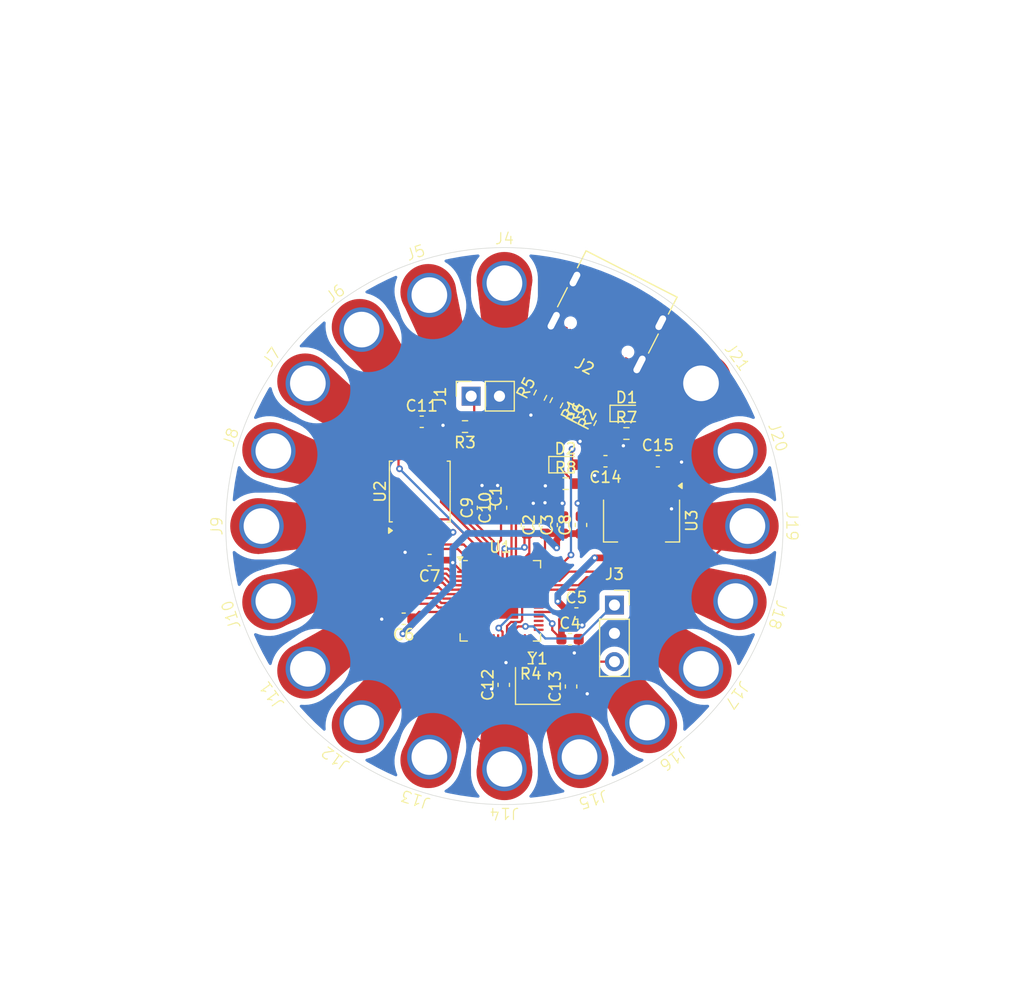
<source format=kicad_pcb>
(kicad_pcb (version 20240108) (generator "pcbnew") (generator_version "8.0")
  (layers (0 "F.Cu" signal) (31 "B.Cu" signal) (34 "B.Paste" user) (35 "F.Paste" user) (36 "B.SilkS" user "B.Silkscreen") (37 "F.SilkS" user "F.Silkscreen") (38 "B.Mask" user) (39 "F.Mask" user) (44 "Edge.Cuts" user))
  (net 0 "")
  (net 1 "GND")
  (net 2 "+3V3")
  (net 4 "+1V1")
  (net 5 "/XIN")
  (net 6 "Net-(C13-Pad2)")
  (net 7 "VBUS")
  (net 8 "Net-(J1-Pin_1)")
  (net 9 "/D-")
  (net 10 "/D+")
  (net 11 "Net-(J2-CC2)")
  (net 12 "Net-(J2-CC1)")
  (net 13 "/SWD")
  (net 14 "/SWCLK")
  (net 15 "/GPIO0{slash}TX0")
  (net 16 "/GPIO1{slash}RX0")
  (net 17 "/GPIO2")
  (net 18 "/GPIO3")
  (net 19 "/GPIO4")
  (net 20 "/GPIO5")
  (net 21 "/GPIO6")
  (net 22 "/GPIO7")
  (net 23 "/GPIO8")
  (net 24 "/GPIO9")
  (net 25 "/GPIO10")
  (net 26 "/GPIO11")
  (net 27 "/GPIO12")
  (net 29 "Net-(U1-USB_DP)")
  (net 30 "Net-(U1-USB_DM)")
  (net 31 "/~{CS}")
  (net 32 "/XOUT")
  (net 33 "/DO(IO1)")
  (net 35 "/CLK")
  (net 37 "/GPIO28_ADC2")
  (net 38 "Net-(D1-K)")
  (net 41 "/DI(IO0)")
  (net 43 "/IO3")
  (net 45 "/GPIO27_ADC1")
  (net 47 "/IO2")
  (net 50 "/GPIO26_ADC0")
  (net 54 "Net-(D2-K)")
  (net 55 "/GPIO29_ADC3")
  (footprint "Capacitor_SMD:C_0603_1608Metric" (layer "F.Cu") (at 125.518886 90.76599 180)
    (property "Reference" "C7")
    (property "Value" "100nF")
  )
  (footprint "lilyPad_PadCustomM3:LilyPadCustomPadM3" (layer "F.Cu") (at 114.837208 100.347703 126)
    (property "Reference" "J11")
    (property "Value" "Conn_01x01")
  )
  (footprint "lilyPad_PadCustomM3:LilyPadCustomPadM3" (layer "F.Cu") (at 152.678788 81.066459 -72)
    (property "Reference" "J20")
    (property "Value" "Conn_01x01")
  )
  (footprint "Resistor_SMD:R_0603_1608Metric" (layer "F.Cu") (at 137.725 83.9)
    (property "Reference" "R8")
    (property "Value" "220")
  )
  (footprint "Capacitor_SMD:C_0603_1608Metric" (layer "F.Cu") (at 139.098574 87.612823 90)
    (property "Reference" "C8")
    (property "Value" "1uF")
  )
  (footprint "Capacitor_SMD:C_0603_1608Metric" (layer "F.Cu") (at 135.868573 87.612823 90)
    (property "Reference" "C2")
    (property "Value" "100nF")
  )
  (footprint "lilyPad_PadCustomM3:LilyPadCustomPadM3" (layer "F.Cu") (at 152.678789 94.354188 -108)
    (property "Reference" "J18")
    (property "Value" "Conn_01x01")
  )
  (footprint "Resistor_SMD:R_0603_1608Metric" (layer "F.Cu") (at 139.898929 78.233011 63)
    (property "Reference" "R6")
    (property "Value" "5.1k")
  )
  (footprint "lilyPad_PadCustomM3:LilyPadCustomPadM3" (layer "F.Cu") (at 111.783358 81.066458 72)
    (property "Reference" "J8")
    (property "Value" "Conn_01x01")
  )
  (footprint "Resistor_SMD:R_0603_1608Metric" (layer "F.Cu") (at 135.443897 75.963059 63)
    (property "Reference" "R5")
    (property "Value" "5.1k")
  )
  (footprint "lilyPad_PadCustomM3:LilyPadCustomPadM3" (layer "F.Cu") (at 132.231074 66.210323)
    (property "Reference" "J4")
    (property "Value" "Conn_01x01")
  )
  (footprint "lilyPad_PadCustomM3:LilyPadCustomPadM3" (layer "F.Cu") (at 125.587208 108.158039 162)
    (property "Reference" "J13")
    (property "Value" "Conn_01x01")
  )
  (footprint "Capacitor_SMD:C_0603_1608Metric" (layer "F.Cu") (at 137.483573 87.612821 90)
    (property "Reference" "C3")
    (property "Value" "100nF")
  )
  (footprint "lilyPad_PadCustomM3:LilyPadCustomPadM3" (layer "F.Cu") (at 149.62494 100.347705 -126)
    (property "Reference" "J17")
    (property "Value" "Conn_01x01")
  )
  (footprint "Capacitor_SMD:C_0603_1608Metric" (layer "F.Cu") (at 132.168886 101.965989 90)
    (property "Reference" "C12")
    (property "Value" "22pF")
  )
  (footprint "Capacitor_SMD:C_0603_1608Metric" (layer "F.Cu") (at 138.208886 102.110989 90)
    (property "Reference" "C13")
    (property "Value" "22pF")
  )
  (footprint "Capacitor_SMD:C_0603_1608Metric" (layer "F.Cu") (at 138.118886 97.865989)
    (property "Reference" "C4")
    (property "Value" "100nF")
  )
  (footprint "Capacitor_SMD:C_0603_1608Metric" (layer "F.Cu") (at 130.308574 86.068508 90)
    (property "Reference" "C9")
    (property "Value" "1uF")
  )
  (footprint "Package_TO_SOT_SMD:SOT-223-3_TabPin2" (layer "F.Cu") (at 144.531386 87.228489 -90)
    (property "Reference" "U3")
    (property "Value" "AMS1117-3.3")
  )
  (footprint "lilyPad_PadCustomM3:LilyPadCustomPadM3" (layer "F.Cu") (at 125.587208 67.262609 18)
    (property "Reference" "J5")
    (property "Value" "Conn_01x01")
  )
  (footprint "lilyPad_PadCustomM3:LilyPadCustomPadM3" (layer "F.Cu") (at 119.593689 105.104186 144)
    (property "Reference" "J12")
    (property "Value" "Conn_01x01")
  )
  (footprint "Resistor_SMD:R_0603_1608Metric" (layer "F.Cu") (at 128.694119 78.780331 180)
    (property "Reference" "R3")
    (property "Value" "1k")
  )
  (footprint "lilyPad_PadCustomM3:LilyPadCustomPadM3" (layer "F.Cu") (at 114.837207 75.07294 54)
    (property "Reference" "J7")
    (property "Value" "Conn_01x01")
  )
  (footprint "Resistor_SMD:R_0603_1608Metric" (layer "F.Cu") (at 136.892206 76.644892 -117)
    (property "Reference" "R1")
    (property "Value" "27R")
  )
  (footprint "Resistor_SMD:R_0603_1608Metric" (layer "F.Cu") (at 134.588886 99.54599 180)
    (property "Reference" "R4")
    (property "Value" "1k")
  )
  (footprint "lilyPad_PadCustomM3:LilyPadCustomPadM3" (layer "F.Cu") (at 149.624939 75.07294 -54)
    (property "Reference" "J21")
    (property "Value" "Conn_01x01")
  )
  (footprint "Resistor_SMD:R_0603_1608Metric" (layer "F.Cu") (at 138.384218 77.461227 -117)
    (property "Reference" "R2")
    (property "Value" "27R")
  )
  (footprint "lilyPad_PadCustomM3:LilyPadCustomPadM3" (layer "F.Cu") (at 153.731073 87.710321 -90)
    (property "Reference" "J19")
    (property "Value" "Conn_01x01")
  )
  (footprint "Resistor_SMD:R_0603_1608Metric" (layer "F.Cu") (at 143.175 79.4)
    (property "Reference" "R7")
    (property "Value" "220")
  )
  (footprint "Capacitor_SMD:C_0603_1608Metric" (layer "F.Cu") (at 134.253574 87.612823 90)
    (property "Reference" "C1")
    (property "Value" "100nF" (hide yes))
  )
  (footprint "Crystal:Crystal_SMD_3225-4Pin_3.2x2.5mm" (layer "F.Cu") (at 135.223886 102.060989)
    (property "Reference" "Y1")
    (property "Value" "C9002")
  )
  (footprint "lilyPad_PadCustomM3:LilyPadCustomPadM3" (layer "F.Cu") (at 110.731074 87.710321 90)
    (property "Reference" "J9")
    (property "Value" "Conn_01x01")
  )
  (footprint "LED_SMD:LED_0603_1608Metric" (layer "F.Cu") (at 143.1875 77.6)
    (property "Reference" "D1")
    (property "Value" "LED")
  )
  (footprint "Capacitor_SMD:C_0603_1608Metric" (layer "F.Cu") (at 145.993886 81.890988)
    (property "Reference" "C15")
    (property "Value" "10uF")
  )
  (footprint "Package_SO:SOIC-8_5.23x5.23mm_P1.27mm" (layer "F.Cu") (at 124.633572 84.607823 90)
    (property "Reference" "U2")
    (property "Value" "W25Q128JVS")
  )
  (footprint "lilyPad_PadCustomM3:LilyPadCustomPadM3" (layer "F.Cu") (at 111.783359 94.354188 108)
    (property "Reference" "J10")
    (property "Value" "Conn_01x01")
  )
  (footprint "lilyPad_PadCustomM3:LilyPadCustomPadM3" (layer "F.Cu") (at 132.231072 109.210323 180)
    (property "Reference" "J14")
    (property "Value" "Conn_01x01")
  )
  (footprint "Connector_PinSocket_2.54mm:PinSocket_1x02_P2.54mm_Vertical" (layer "F.Cu") (at 129.243886 76.05099 90)
    (property "Reference" "J1")
    (property "Value" "Conn_01x02")
  )
  (footprint "Connector_USB:USB_C_Receptacle_G-Switch_GT-USB-7010ASV" (layer "F.Cu") (at 141.9186 68.454084 153)
    (property "Reference" "J2")
    (property "Value" "USB_C_Receptacle_USB2.0_14P")
  )
  (footprint "Capacitor_SMD:C_0603_1608Metric" (layer "F.Cu") (at 138.688574 95.557823)
    (property "Reference" "C5")
    (property "Value" "100nF")
  )
  (footprint "Package_DFN_QFN:QFN-56-1EP_7x7mm_P0.4mm_EP3.2x3.2mm" (layer "F.Cu") (at 131.863573 94.420322)
    (property "Reference" "U1")
    (property "Value" "RP2040")
  )
  (footprint "Capacitor_SMD:C_0603_1608Metric" (layer "F.Cu") (at 123.191073 96.030322 180)
    (property "Reference" "C6")
    (property "Value" "100nF")
  )
  (footprint "Capacitor_SMD:C_0603_1608Metric" (layer "F.Cu") (at 141.293886 81.890989 180)
    (property "Reference" "C14")
    (property "Value" "10uF")
  )
  (footprint "lilyPad_PadCustomM3:LilyPadCustomPadM3" (layer "F.Cu") (at 138.874939 108.158038 -162)
    (property "Reference" "J15")
    (property "Value" "Conn_01x01")
  )
  (footprint "LED_SMD:LED_0603_1608Metric" (layer "F.Cu") (at 137.7 82.2)
    (property "Reference" "D2")
    (property "Value" "LED")
  )
  (footprint "lilyPad_PadCustomM3:LilyPadCustomPadM3" (layer "F.Cu") (at 144.868457 105.104188 -144)
    (property "Reference" "J16")
    (property "Value" "Conn_01x01")
  )
  (footprint "Capacitor_SMD:C_0603_1608Metric" (layer "F.Cu") (at 131.923575 86.068509 90)
    (property "Reference" "C10")
    (property "Value" "100nF")
  )
  (footprint "lilyPad_PadCustomM3:LilyPadCustomPadM3" (layer "F.Cu") (at 119.59369 70.316459 36)
    (property "Reference" "J6")
    (property "Value" "Conn_01x01")
  )
  (footprint "Connector_PinSocket_2.54mm:PinSocket_1x03_P2.54mm_Vertical" (layer "F.Cu") (at 142.1 94.8)
    (property "Reference" "J3")
    (property "Value" "Conn_01x03")
  )
  (footprint "Capacitor_SMD:C_0603_1608Metric" (layer "F.Cu") (at 124.811809 78.347974)
    (property "Reference" "C11")
    (property "Value" "100nF")
  )
  (gr_circle (center 132.231072 87.710322) (end 157.231074 87.710321) (stroke (width 0.05)) (fill none) (layer "Edge.Cuts"))
  (segment (start 139.098573 85.945677) (end 138.818886 85.665989) (width 0.2) (layer "F.Cu") (net 1))
  (segment (start 139.2 96.6) (end 139.2 95.821398) (width 0.2) (layer "F.Cu") (net 1))
  (segment (start 131.923574 84.370679) (end 131.618886 84.06599) (width 0.2) (layer "F.Cu") (net 1))
  (segment (start 146.831385 84.078489) (end 146.831385 85.778488) (width 0.6) (layer "F.Cu") (net 1))
  (segment (start 124.018885 90.765988) (end 123.318887 90.065989) (width 0.2) (layer "F.Cu") (net 1))
  (segment (start 131.493886 102.740989) (end 131.078887 102.325989) (width 0.2) (layer "F.Cu") (net 1))
  (segment (start 134.577178 77.664093) (end 134.604993 77.749696) (width 0.2) (layer "F.Cu") (net 1))
  (segment (start 139.513886 102.91099) (end 139.658886 102.76599) (width 0.2) (layer "F.Cu") (net 1))
  (segment (start 139.014626 80.10875) (end 138.986812 80.023145) (width 0.2) (layer "F.Cu") (net 1))
  (segment (start 133.613886 101.21099) (end 132.368885 99.96599) (width 0.2) (layer "F.Cu") (net 1))
  (segment (start 134.123886 101.210989) (end 133.613886 101.21099) (width 0.2) (layer "F.Cu") (net 1))
  (segment (start 130.308575 85.29351) (end 130.308574 84.155677) (width 0.2) (layer "F.Cu") (net 1))
  (segment (start 137.483575 86.837822) (end 137.483574 85.730678) (width 0.2) (layer "F.Cu") (net 1))
  (segment (start 136.9 83.9) (end 136.1 83.9) (width 0.2) (layer "F.Cu") (net 1))
  (segment (start 134.818886 85.665989) (end 134.253574 86.231301) (width 0.2) (layer "F.Cu") (net 1))
  (segment (start 139.098574 86.837823) (end 139.098573 85.945677) (width 0.2) (layer "F.Cu") (net 1))
  (segment (start 139.2 95.821398) (end 139.463573 95.557825) (width 0.2) (layer "F.Cu") (net 1))
  (segment (start 132.168885 102.74099) (end 131.493886 102.740989) (width 0.2) (layer "F.Cu") (net 1))
  (segment (start 131.923576 85.293509) (end 131.923574 84.370679) (width 0.2) (layer "F.Cu") (net 1))
  (segment (start 126.538573 88.207824) (end 127.56072 88.207823) (width 0.2) (layer "F.Cu") (net 1))
  (segment (start 121.254554 96.030321) (end 121.218886 96.065991) (width 0.2) (layer "F.Cu") (net 1))
  (segment (start 146.831385 85.778488) (end 147.218886 86.165989) (width 0.6) (layer "F.Cu") (net 1))
  (segment (start 142.35 79.95) (end 142.9 80.5) (width 0.2) (layer "F.Cu") (net 1))
  (segment (start 136.323886 102.910991) (end 139.513886 102.91099) (width 0.2) (layer "F.Cu") (net 1))
  (segment (start 138.893885 98.706115) (end 138.5 99.1) (width 0.2) (layer "F.Cu") (net 1))
  (segment (start 137.483574 85.730678) (end 137.418886 85.665991) (width 0.2) (layer "F.Cu") (net 1))
  (segment (start 135.868575 85.616301) (end 135.868573 86.837824) (width 0.2) (layer "F.Cu") (net 1))
  (segment (start 140.518886 82.96599) (end 140.318885 83.165989) (width 0.6) (layer "F.Cu") (net 1))
  (segment (start 138.986812 80.023145) (end 139.524388 78.968092) (width 0.2) (layer "F.Cu") (net 1))
  (segment (start 140.518887 81.89099) (end 140.518886 82.96599) (width 0.6) (layer "F.Cu") (net 1))
  (segment (start 122.416074 96.030322) (end 121.254554 96.030321) (width 0.2) (layer "F.Cu") (net 1))
  (segment (start 127.56072 88.207823) (end 127.618885 88.265989) (width 0.2) (layer "F.Cu") (net 1))
  (segment (start 126.400871 78.347975) (end 126.718886 78.66599) (width 0.2) (layer "F.Cu") (net 1))
  (segment (start 136.1 83.9) (end 135.9 84.1) (width 0.2) (layer "F.Cu") (net 1))
  (segment (start 134.253574 86.231301) (end 134.253574 86.837824) (width 0.2) (layer "F.Cu") (net 1))
  (segment (start 130.308574 84.155677) (end 130.218887 84.06599) (width 0.2) (layer "F.Cu") (net 1))
  (segment (start 124.743886 90.765989) (end 124.018885 90.765988) (width 0.2) (layer "F.Cu") (net 1))
  (segment (start 148.043887 81.89099) (end 148.118886 81.96599) (width 0.2) (layer "F.Cu") (net 1))
  (segment (start 138.893885 97.86599) (end 138.893885 98.706115) (width 0.2) (layer "F.Cu") (net 1))
  (segment (start 142.35 79.4) (end 142.35 79.95) (width 0.2) (layer "F.Cu") (net 1))
  (segment (start 135.069356 76.69814) (end 134.577178 77.664093) (width 0.2) (layer "F.Cu") (net 1))
  (segment (start 146.768886 81.890989) (end 148.043887 81.89099) (width 0.2) (layer "F.Cu") (net 1))
  (segment (start 125.586809 78.347975) (end 126.400871 78.347975) (width 0.2) (layer "F.Cu") (net 1))
  (via (at 135.9 84.1) (size 0.6) (drill 0.3) (layers "F.Cu" "B.Cu") (net 1))
  (via (at 126.718886 78.66599) (size 0.6) (drill 0.3) (layers "F.Cu" "B.Cu") (net 1))
  (via (at 130.218887 84.06599) (size 0.6) (drill 0.3) (layers "F.Cu" "B.Cu") (net 1))
  (via (at 139.2 96.6) (size 0.6) (drill 0.3) (layers "F.Cu" "B.Cu") (net 1))
  (via (at 137.418886 85.665991) (size 0.6) (drill 0.3) (layers "F.Cu" "B.Cu") (net 1))
  (via (at 139.658886 102.76599) (size 0.6) (drill 0.3) (layers "F.Cu" "B.Cu") (net 1))
  (via (at 140.318885 83.165989) (size 0.6) (drill 0.3) (layers "F.Cu" "B.Cu") (net 1))
  (via (at 148.118886 81.96599) (size 0.6) (drill 0.3) (layers "F.Cu" "B.Cu") (net 1))
  (via (at 121.218886 96.065991) (size 0.6) (drill 0.3) (layers "F.Cu" "B.Cu") (net 1))
  (via (at 131.618886 84.06599) (size 0.6) (drill 0.3) (layers "F.Cu" "B.Cu") (net 1))
  (via (at 134.818886 85.665989) (size 0.6) (drill 0.3) (layers "F.Cu" "B.Cu") (net 1))
  (via (at 138.5 99.1) (size 0.6) (drill 0.3) (layers "F.Cu" "B.Cu") (net 1))
  (via (at 147.218886 86.165989) (size 0.6) (drill 0.3) (layers "F.Cu" "B.Cu") (net 1))
  (via (at 127.618885 88.265989) (size 0.6) (drill 0.3) (layers "F.Cu" "B.Cu") (net 1))
  (via (at 139.014626 80.10875) (size 0.6) (drill 0.3) (layers "F.Cu" "B.Cu") (net 1))
  (via (at 123.318887 90.065989) (size 0.6) (drill 0.3) (layers "F.Cu" "B.Cu") (net 1))
  (via (at 135.868575 85.616301) (size 0.6) (drill 0.3) (layers "F.Cu" "B.Cu") (net 1))
  (via (at 142.9 80.5) (size 0.6) (drill 0.3) (layers "F.Cu" "B.Cu") (net 1))
  (via (at 134.604993 77.749696) (size 0.6) (drill 0.3) (layers "F.Cu" "B.Cu") (net 1))
  (via (at 138.818886 85.665989) (size 0.6) (drill 0.3) (layers "F.Cu" "B.Cu") (net 1))
  (via (at 131.078887 102.325989) (size 0.6) (drill 0.3) (layers "F.Cu" "B.Cu") (net 1))
  (via (at 132.368885 99.96599) (size 0.6) (drill 0.3) (layers "F.Cu" "B.Cu") (net 1))
  (segment (start 144.531386 82.578489) (end 144.531387 84.078489) (width 0.6) (layer "F.Cu") (net 2))
  (segment (start 137.913576 95.360678) (end 137.018886 94.46599) (width 0.6) (layer "F.Cu") (net 2))
  (segment (start 144.531387 90.378489) (end 144.531387 84.078489) (width 0.6) (layer "F.Cu") (net 2))
  (segment (start 126.293886 90.76599) (end 127.371739 90.765991) (width 0.6) (layer "F.Cu") (net 2))
  (segment (start 134.253574 88.387823) (end 139.098572 88.387823) (width 0.6) (layer "F.Cu") (net 2))
  (segment (start 132.063572 97.857822) (end 132.063573 97.210676) (width 0.2) (layer "F.Cu") (net 2))
  (segment (start 145.218886 81.89099) (end 144.531386 82.578489) (width 0.6) (layer "F.Cu") (net 2))
  (segment (start 136.518887 96.465989) (end 136.518887 97.040988) (width 0.2) (layer "F.Cu") (net 2))
  (segment (start 137.913575 95.557821) (end 137.913576 95.360678) (width 0.6) (layer "F.Cu") (net 2))
  (segment (start 136.918886 88.952506) (end 137.483572 88.387821) (width 0.6) (layer "F.Cu") (net 2))
  (segment (start 122.728572 81.007824) (end 122.728573 82.475677) (width 0.2) (layer "F.Cu") (net 2))
  (segment (start 134.463573 90.2) (end 134.463572 88.597821) (width 0.2) (layer "F.Cu") (net 2))
  (segment (start 135.301073 95.420323) (end 137.776078 95.420323) (width 0.2) (layer "F.Cu") (net 2))
  (segment (start 137.776078 95.420323) (end 137.913575 95.557821) (width 0.2) (layer "F.Cu") (net 2))
  (segment (start 151.87832 80.265989) (end 152.678788 81.066459) (width 0.6) (layer "F.Cu") (net 2))
  (segment (start 134.028572 88.612823) (end 134.253574 88.387823) (width 0.2) (layer "F.Cu") (net 2))
  (segment (start 132.063573 90.982822) (end 132.063573 89.938507) (width 0.2) (layer "F.Cu") (net 2))
  (segment (start 132.063573 89.938507) (end 132.263572 89.738509) (width 0.2) (layer "F.Cu") (net 2))
  (segment (start 137.343887 96.127509) (end 137.913575 95.557821) (width 0.6) (layer "F.Cu") (net 2))
  (segment (start 136.918886 89.665989) (end 136.918886 88.952506) (width 0.6) (layer "F.Cu") (net 2))
  (segment (start 134.028575 89.618508) (end 134.028572 88.612823) (width 0.2) (layer "F.Cu") (net 2))
  (segment (start 135.868572 91.252823) (end 135.868574 88.387822) (width 0.2) (layer "F.Cu") (net 2))
  (segment (start 124.576073 95.420322) (end 123.966071 96.030323) (width 0.2) (layer "F.Cu") (net 2))
  (segment (start 145.818886 80.26599) (end 151.87832 80.265989) (width 0.6) (layer "F.Cu") (net 2))
  (segment (start 134.06357 90.53643) (end 134.4 90.2) (width 0.2) (layer "F.Cu") (net 2))
  (segment (start 145.218886 81.89099) (end 145.218886 80.86599) (width 0.6) (layer "F.Cu") (net 2))
  (segment (start 134.463573 90.982823) (end 134.463573 90.2) (width 0.2) (layer "F.Cu") (net 2))
  (segment (start 134.463572 88.597821) (end 134.253574 88.387823) (width 0.2) (layer "F.Cu") (net 2))
  (segment (start 123.966071 96.030323) (end 123.966071 96.518804) (width 0.6) (layer "F.Cu") (net 2))
  (segment (start 140.318886 90.565989) (end 144.343886 90.56599) (width 0.6) (layer "F.Cu") (net 2))
  (segment (start 132.463574 90.982822) (end 132.463574 89.938507) (width 0.2) (layer "F.Cu") (net 2))
  (segment (start 128.426073 95.420321) (end 124.576073 95.420322) (width 0.2) (layer "F.Cu") (net 2))
  (segment (start 137.343888 97.865988) (end 137.343887 96.127509) (width 0.6) (layer "F.Cu") (net 2))
  (segment (start 145.818886 78.518886) (end 145.818886 80.26599) (width 0.2) (layer "F.Cu") (net 2))
  (segment (start 144.343886 90.56599) (end 144.531387 90.378489) (width 0.6) (layer "F.Cu") (net 2))
  (segment (start 123.338837 78.574761) (end 122.483477 80.253495) (width 0.2) (layer "F.Cu") (net 2))
  (segment (start 134.06357 90.982821) (end 134.06357 90.53643) (width 0.2) (layer "F.Cu") (net 2))
  (segment (start 134.4 90.2) (end 134.463573 90.2) (width 0.2) (layer "F.Cu") (net 2))
  (segment (start 132.063573 97.210676) (end 131.718886 96.865988) (width 0.2) (layer "F.Cu") (net 2))
  (segment (start 136.518887 97.040988) (end 137.343888 97.865988) (width 0.2) (layer "F.Cu") (net 2))
  (segment (start 139.098573 88.387821) (end 142.147054 88.387821) (width 0.6) (layer "F.Cu") (net 2))
  (segment (start 144.9 77.6) (end 145.818886 78.518886) (width 0.2) (layer "F.Cu") (net 2))
  (segment (start 142.147054 88.387821) (end 144.531387 86.00349) (width 0.6) (layer "F.Cu") (net 2))
  (segment (start 128.426071 91.820323) (end 127.595312 90.989564) (width 0.2) (layer "F.Cu") (net 2))
  (segment (start 143.975 77.6) (end 144.9 77.6) (width 0.2) (layer "F.Cu") (net 2))
  (segment (start 135.301072 91.820322) (end 135.868572 91.252823) (width 0.2) (layer "F.Cu") (net 2))
  (segment (start 127.371739 90.765991) (end 127.595312 90.989564) (width 0.6) (layer "F.Cu") (net 2))
  (segment (start 122.728573 82.475677) (end 122.818886 82.565989) (width 0.2) (layer "F.Cu") (net 2))
  (segment (start 132.463574 89.938507) (end 132.263572 89.738509) (width 0.2) (layer "F.Cu") (net 2))
  (segment (start 122.483477 80.253495) (end 122.728573 81.007822) (width 0.2) (layer "F.Cu") (net 2))
  (segment (start 123.966071 96.518804) (end 123.118886 97.365989) (width 0.6) (layer "F.Cu") (net 2))
  (segment (start 145.218886 80.86599) (end 145.818886 80.26599) (width 0.6) (layer "F.Cu") (net 2))
  (segment (start 144.531387 86.00349) (end 144.531387 84.078489) (width 0.6) (layer "F.Cu") (net 2))
  (segment (start 124.036811 78.347975) (end 123.338837 78.574761) (width 0.2) (layer "F.Cu") (net 2))
  (via (at 131.718886 96.865988) (size 0.6) (drill 0.3) (layers "F.Cu" "B.Cu") (net 2))
  (via (at 127.595312 90.989564) (size 0.6) (drill 0.3) (layers "F.Cu" "B.Cu") (net 2))
  (via (at 140.318886 90.565989) (size 0.6) (drill 0.3) (layers "F.Cu" "B.Cu") (net 2))
  (via (at 137.018886 94.46599) (size 0.6) (drill 0.3) (layers "F.Cu" "B.Cu") (net 2))
  (via (at 136.518887 96.465989) (size 0.6) (drill 0.3) (layers "F.Cu" "B.Cu") (net 2))
  (via (at 132.263572 89.738509) (size 0.6) (drill 0.3) (layers "F.Cu" "B.Cu") (net 2))
  (via (at 134.028575 89.618508) (size 0.6) (drill 0.3) (layers "F.Cu" "B.Cu") (net 2))
  (via (at 123.118886 97.365989) (size 0.6) (drill 0.3) (layers "F.Cu" "B.Cu") (net 2))
  (via (at 122.818886 82.565989) (size 0.6) (drill 0.3) (layers "F.Cu" "B.Cu") (net 2))
  (via (at 136.918886 89.665989) (size 0.6) (drill 0.3) (layers "F.Cu" "B.Cu") (net 2))
  (segment (start 127.595312 90.989564) (end 127.595313 89.689564) (width 0.6) (layer "B.Cu") (net 2))
  (segment (start 123.118886 97.365989) (end 127.595311 92.889563) (width 0.6) (layer "B.Cu") (net 2))
  (segment (start 135.618886 88.36599) (end 136.918886 89.665989) (width 0.6) (layer "B.Cu") (net 2))
  (segment (start 128.918885 88.365991) (end 134.618887 88.36599) (width 0.6) (layer "B.Cu") (net 2))
  (segment (start 128.518886 88.76599) (end 128.918885 88.365991) (width 0.6) (layer "B.Cu") (net 2))
  (segment (start 122.818886 82.565989) (end 128.618886 88.36599) (width 0.2) (layer "B.Cu") (net 2))
  (segment (start 132.263572 89.738509) (end 133.908573 89.738509) (width 0.2) (layer "B.Cu") (net 2))
  (segment (start 137.018886 93.86599) (end 140.318886 90.565989) (width 0.6) (layer "B.Cu") (net 2))
  (segment (start 137.018886 94.46599) (end 137.018886 93.86599) (width 0.6) (layer "B.Cu") (net 2))
  (segment (start 133.908573 89.738509) (end 134.028575 89.618508) (width 0.2) (layer "B.Cu") (net 2))
  (segment (start 128.618886 88.36599) (end 128.918885 88.365991) (width 0.2) (layer "B.Cu") (net 2))
  (segment (start 127.595313 89.689564) (end 128.518886 88.76599) (width 0.6) (layer "B.Cu") (net 2))
  (segment (start 127.595311 92.889563) (end 127.595312 90.989564) (width 0.6) (layer "B.Cu") (net 2))
  (segment (start 135.718886 95.66599) (end 132.918885 95.665989) (width 0.2) (layer "B.Cu") (net 2))
  (segment (start 136.518887 96.465989) (end 135.718886 95.66599) (width 0.2) (layer "B.Cu") (net 2))
  (segment (start 134.618887 88.36599) (end 135.618886 88.36599) (width 0.6) (layer "B.Cu") (net 2))
  (segment (start 132.918885 95.665989) (end 131.718886 96.865988) (width 0.2) (layer "B.Cu") (net 2))
  (segment (start 131.663574 89.242823) (end 131.923573 88.982823) (width 0.2) (layer "F.Cu") (net 4))
  (segment (start 131.913573 91.907824) (end 133.413573 91.907822) (width 0.2) (layer "F.Cu") (net 4))
  (segment (start 131.663575 90.982822) (end 131.663574 89.242823) (width 0.2) (layer "F.Cu") (net 4))
  (segment (start 131.923573 88.982823) (end 131.923573 86.84351) (width 0.2) (layer "F.Cu") (net 4))
  (segment (start 132.463573 96.681303) (end 132.463574 97.857823) (width 0.2) (layer "F.Cu") (net 4))
  (segment (start 133.818886 96.165009) (end 133.663573 96.320323) (width 0.2) (layer "F.Cu") (net 4))
  (segment (start 133.818886 92.313134) (end 133.818886 96.165009) (width 0.2) (layer "F.Cu") (net 4))
  (segment (start 133.663573 96.320323) (end 132.824552 96.320323) (width 0.2) (layer "F.Cu") (net 4))
  (segment (start 131.663573 91.657822) (end 131.913573 91.907824) (width 0.2) (layer "F.Cu") (net 4))
  (segment (start 133.663573 91.657823) (end 133.663574 90.982824) (width 0.2) (layer "F.Cu") (net 4))
  (segment (start 133.413573 91.907822) (end 133.818886 92.313134) (width 0.2) (layer "F.Cu") (net 4))
  (segment (start 131.663575 90.982822) (end 131.663573 91.657822) (width 0.2) (layer "F.Cu") (net 4))
  (segment (start 133.413573 91.907822) (end 133.663573 91.657823) (width 0.2) (layer "F.Cu") (net 4))
  (segment (start 132.824552 96.320323) (end 132.463573 96.681303) (width 0.2) (layer "F.Cu") (net 4))
  (segment (start 130.308574 86.843507) (end 131.923573 86.84351) (width 0.2) (layer "F.Cu") (net 4))
  (segment (start 134.123886 102.910989) (end 133.888886 102.910989) (width 0.2) (layer "F.Cu") (net 5))
  (segment (start 131.263574 100.285677) (end 131.263574 97.857822) (width 0.2) (layer "F.Cu") (net 5))
  (segment (start 133.888886 102.910989) (end 132.168886 101.190989) (width 0.2) (layer "F.Cu") (net 5))
  (segment (start 132.168886 101.190989) (end 131.263574 100.285677) (width 0.2) (layer "F.Cu") (net 5))
  (segment (start 135.413886 99.54599) (end 136.323886 100.455989) (width 0.2) (layer "F.Cu") (net 6))
  (segment (start 136.448886 101.33599) (end 136.323886 101.210989) (width 0.2) (layer "F.Cu") (net 6))
  (segment (start 136.323886 100.455989) (end 136.323886 101.210989) (width 0.2) (layer "F.Cu") (net 6))
  (segment (start 138.208886 101.33599) (end 136.448886 101.33599) (width 0.2) (layer "F.Cu") (net 6))
  (segment (start 142.068886 81.89099) (end 142.068886 83.915992) (width 0.6) (layer "F.Cu") (net 7))
  (segment (start 142.068886 83.915992) (end 142.231386 84.07849) (width 0.6) (layer "F.Cu") (net 7))
  (segment (start 129.51912 76.326222) (end 129.243886 76.05099) (width 0.2) (layer "F.Cu") (net 8))
  (segment (start 129.51912 78.780331) (end 129.51912 76.326222) (width 0.2) (layer "F.Cu") (net 8))
  (segment (start 138.675726 76.470597) (end 140.89574 72.113575) (width 0.2) (layer "F.Cu") (net 9))
  (segment (start 140.397435 70.888864) (end 140.572284 70.832052) (width 0.2) (layer "F.Cu") (net 9))
  (segment (start 138.758759 76.726147) (end 138.675726 76.470597) (width 0.2) (layer "F.Cu") (net 9))
  (segment (start 141.24945 71.177086) (end 141.297521 71.325035) (width 0.2) (layer "F.Cu") (net 9))
  (segment (start 140.004732 71.659587) (end 140.397435 70.888864) (width 0.2) (layer "F.Cu") (net 9))
  (segment (start 141.297521 71.325035) (end 140.89574 72.113575) (width 0.2) (layer "F.Cu") (net 9))
  (segment (start 140.572284 70.832052) (end 141.24945 71.177086) (width 0.2) (layer "F.Cu") (net 9))
  (segment (start 139.559231 71.43259) (end 139.234627 72.06966) (width 0.2) (layer "F.Cu") (net 10))
  (segment (start 140.107474 72.559293) (end 140.450238 71.88658) (width 0.2) (layer "F.Cu") (net 10))
  (segment (start 139.885549 72.631399) (end 140.107474 72.559293) (width 0.2) (layer "F.Cu") (net 10))
  (segment (start 139.30404 72.35194) (end 139.324216 72.345385) (width 0.2) (layer "F.Cu") (net 10))
  (segment (start 139.324216 72.345385) (end 139.885549 72.631399) (width 0.2) (layer "F.Cu") (net 10))
  (segment (start 139.234627 72.06966) (end 139.324216 72.345385) (width 0.2) (layer "F.Cu") (net 10))
  (segment (start 137.535747 75.822409) (end 139.30404 72.35194) (width 0.2) (layer "F.Cu") (net 10))
  (segment (start 137.266748 75.909813) (end 137.535747 75.822409) (width 0.2) (layer "F.Cu") (net 10))
  (segment (start 137.172326 73.914466) (end 136.351879 74.181045) (width 0.2) (layer "F.Cu") (net 11))
  (segment (start 138.668224 70.978599) (end 137.172326 73.914466) (width 0.2) (layer "F.Cu") (net 11))
  (segment (start 136.351879 74.181045) (end 135.818439 75.227979) (width 0.2) (layer "F.Cu") (net 11))
  (segment (start 141.341243 72.340572) (end 140.199456 74.581451) (width 0.2) (layer "F.Cu") (net 12))
  (segment (start 140.80691 76.450997) (end 140.27347 77.49793) (width 0.2) (layer "F.Cu") (net 12))
  (segment (start 140.199456 74.581451) (end 140.80691 76.450997) (width 0.2) (layer "F.Cu") (net 12))
  (segment (start 133.263574 97.857824) (end 133.263574 98.391684) (width 0.2) (layer "F.Cu") (net 13))
  (segment (start 138.18 99.88) (end 142.1 99.88) (width 0.2) (layer "F.Cu") (net 13))
  (segment (start 133.263574 98.391684) (end 133.64288 98.77099) (width 0.2) (layer "F.Cu") (net 13))
  (segment (start 137.07099 98.77099) (end 138.18 99.88) (width 0.2) (layer "F.Cu") (net 13))
  (segment (start 133.64288 98.77099) (end 137.07099 98.77099) (width 0.2) (layer "F.Cu") (net 13))
  (segment (start 133.834424 96.715157) (end 134.117269 96.715157) (width 0.2) (layer "F.Cu") (net 14))
  (segment (start 133.829258 96.720323) (end 133.834424 96.715157) (width 0.2) (layer "F.Cu") (net 14))
  (segment (start 132.863572 97.857823) (end 132.863572 97.323966) (width 0.2) (layer "F.Cu") (net 14))
  (segment (start 133.467215 96.720323) (end 133.829258 96.720323) (width 0.2) (layer "F.Cu") (net 14))
  (segment (start 132.863572 97.323966) (end 133.467215 96.720323) (width 0.2) (layer "F.Cu") (net 14))
  (via (at 134.117269 96.715157) (size 0.6) (drill 0.3) (layers "F.Cu" "B.Cu") (net 14))
  (segment (start 135.9 97.8) (end 139 97.8) (width 0.2) (layer "B.Cu") (net 14))
  (segment (start 134.815157 96.715157) (end 135.9 97.8) (width 0.2) (layer "B.Cu") (net 14))
  (segment (start 142 94.8) (end 142.1 94.8) (width 0.2) (layer "B.Cu") (net 14))
  (segment (start 139 97.8) (end 142 94.8) (width 0.2) (layer "B.Cu") (net 14))
  (segment (start 134.117269 96.715157) (end 134.815157 96.715157) (width 0.2) (layer "B.Cu") (net 14))
  (segment (start 120.041074 87.710322) (end 120.041073 79.860325) (width 0.2) (layer "F.Cu") (net 15))
  (segment (start 127.13813 91.540323) (end 123.871074 91.540323) (width 0.2) (layer "F.Cu") (net 15))
  (segment (start 126.535407 73.36599) (end 129.725408 73.36599) (width 0.2) (layer "F.Cu") (net 15))
  (segment (start 129.725408 73.36599) (end 132.231075 70.860323) (width 0.2) (layer "F.Cu") (net 15))
  (segment (start 127.81813 92.220323) (end 127.13813 91.540323) (width 0.2) (layer "F.Cu") (net 15))
  (segment (start 132.231075 70.860323) (end 132.231074 66.210323) (width 0.2) (layer "F.Cu") (net 15))
  (segment (start 120.041073 79.860325) (end 126.535407 73.36599) (width 0.2) (layer "F.Cu") (net 15))
  (segment (start 123.871074 91.540323) (end 120.041074 87.710322) (width 0.2) (layer "F.Cu") (net 15))
  (segment (start 128.426072 92.220324) (end 127.81813 92.220323) (width 0.2) (layer "F.Cu") (net 15))
  (segment (start 127.012443 91.980323) (end 123.221073 91.980324) (width 0.2) (layer "F.Cu") (net 16))
  (segment (start 128.426072 92.620322) (end 127.652446 92.620321) (width 0.2) (layer "F.Cu") (net 16))
  (segment (start 123.221073 91.980324) (end 118.931073 87.690322) (width 0.2) (layer "F.Cu") (net 16))
  (segment (start 125.587209 72.874188) (end 125.587208 67.262609) (width 0.2) (layer "F.Cu") (net 16))
  (segment (start 118.931073 87.690322) (end 118.931072 79.530321) (width 0.2) (layer "F.Cu") (net 16))
  (segment (start 127.652446 92.620321) (end 127.012443 91.980323) (width 0.2) (layer "F.Cu") (net 16))
  (segment (start 118.931072 79.530321) (end 125.587209 72.874188) (width 0.2) (layer "F.Cu") (net 16))
  (segment (start 117.781075 87.500322) (end 117.781073 79.150323) (width 0.2) (layer "F.Cu") (net 17))
  (segment (start 120.011072 76.920321) (end 120.011073 70.733842) (width 0.2) (layer "F.Cu") (net 17))
  (segment (start 126.846758 92.380323) (end 122.711074 92.380323) (width 0.2) (layer "F.Cu") (net 17))
  (segment (start 122.711074 92.380323) (end 121.631073 91.300322) (width 0.2) (layer "F.Cu") (net 17))
  (segment (start 128.426073 93.020323) (end 127.48676 93.020323) (width 0.2) (layer "F.Cu") (net 17))
  (segment (start 121.631073 91.300322) (end 121.581072 91.300322) (width 0.2) (layer "F.Cu") (net 17))
  (segment (start 121.581072 91.300322) (end 117.781075 87.500322) (width 0.2) (layer "F.Cu") (net 17))
  (segment (start 120.011073 70.733842) (end 119.59369 70.316459) (width 0.2) (layer "F.Cu") (net 17))
  (segment (start 117.781073 79.150323) (end 120.011072 76.920321) (width 0.2) (layer "F.Cu") (net 17))
  (segment (start 127.48676 93.020323) (end 126.846758 92.380323) (width 0.2) (layer "F.Cu") (net 17))
  (segment (start 122.041073 92.780322) (end 116.601074 87.340323) (width 0.2) (layer "F.Cu") (net 18))
  (segment (start 127.321074 93.420322) (end 126.681075 92.780323) (width 0.2) (layer "F.Cu") (net 18))
  (segment (start 116.601073 76.836803) (end 114.837207 75.07294) (width 0.2) (layer "F.Cu") (net 18))
  (segment (start 128.426074 93.420322) (end 127.321074 93.420322) (width 0.2) (layer "F.Cu") (net 18))
  (segment (start 116.601074 87.340323) (end 116.601073 76.836803) (width 0.2) (layer "F.Cu") (net 18))
  (segment (start 126.681075 92.780323) (end 122.041073 92.780322) (width 0.2) (layer "F.Cu") (net 18))
  (segment (start 128.426074 93.820323) (end 126.971073 93.820323) (width 0.2) (layer "F.Cu") (net 19))
  (segment (start 126.971073 93.820323) (end 126.331074 93.180324) (width 0.2) (layer "F.Cu") (net 19))
  (segment (start 115.431073 84.714172) (end 111.783358 81.066458) (width 0.2) (layer "F.Cu") (net 19))
  (segment (start 115.431074 87.990323) (end 115.431073 84.714172) (width 0.2) (layer "F.Cu") (net 19))
  (segment (start 120.621071 93.180324) (end 115.431074 87.990323) (width 0.2) (layer "F.Cu") (net 19))
  (segment (start 126.331074 93.180324) (end 120.621071 93.180324) (width 0.2) (layer "F.Cu") (net 19))
  (segment (start 119.301074 93.770321) (end 113.241074 87.710323) (width 0.2) (layer "F.Cu") (net 20))
  (segment (start 128.426073 94.220322) (end 126.73676 94.220322) (width 0.2) (layer "F.Cu") (net 20))
  (segment (start 126.286758 93.770323) (end 119.301074 93.770321) (width 0.2) (layer "F.Cu") (net 20))
  (segment (start 113.241074 87.710323) (end 110.731074 87.710321) (width 0.2) (layer "F.Cu") (net 20))
  (segment (start 126.73676 94.220322) (end 126.286758 93.770323) (width 0.2) (layer "F.Cu") (net 20))
  (segment (start 120.261073 94.170322) (end 126.121074 94.170323) (width 0.2) (layer "F.Cu") (net 21))
  (segment (start 120.07721 94.354187) (end 120.261073 94.170322) (width 0.2) (layer "F.Cu") (net 21))
  (segment (start 126.571075 94.620323) (end 128.426074 94.620322) (width 0.2) (layer "F.Cu") (net 21))
  (segment (start 111.783359 94.354188) (end 120.07721 94.354187) (width 0.2) (layer "F.Cu") (net 21))
  (segment (start 126.121074 94.170323) (end 126.571075 94.620323) (width 0.2) (layer "F.Cu") (net 21))
  (segment (start 120.502091 94.682822) (end 114.837208 100.347703) (width 0.2) (layer "F.Cu") (net 22))
  (segment (start 125.983573 94.682821) (end 120.502091 94.682822) (width 0.2) (layer "F.Cu") (net 22))
  (segment (start 128.426073 95.020322) (end 126.321073 95.020324) (width 0.2) (layer "F.Cu") (net 22))
  (segment (start 126.321073 95.020324) (end 125.983573 94.682821) (width 0.2) (layer "F.Cu") (net 22))
  (segment (start 119.593689 102.647707) (end 119.593689 105.104186) (width 0.2) (layer "F.Cu") (net 23))
  (segment (start 126.421071 95.820322) (end 119.593689 102.647707) (width 0.2) (layer "F.Cu") (net 23))
  (segment (start 128.426074 95.820323) (end 126.421071 95.820322) (width 0.2) (layer "F.Cu") (net 23))
  (segment (start 128.426073 96.220322) (end 127.171074 96.220323) (width 0.2) (layer "F.Cu") (net 24))
  (segment (start 125.587209 97.804187) (end 125.587208 108.158039) (width 0.2) (layer "F.Cu") (net 24))
  (segment (start 127.171074 96.220323) (end 125.587209 97.804187) (width 0.2) (layer "F.Cu") (net 24))
  (segment (start 126.841072 103.820323) (end 132.231072 109.210323) (width 0.2) (layer "F.Cu") (net 25))
  (segment (start 126.841073 97.470321) (end 126.841072 103.820323) (width 0.2) (layer "F.Cu") (net 25))
  (segment (start 127.691073 96.620323) (end 126.841073 97.470321) (width 0.2) (layer "F.Cu") (net 25))
  (segment (start 128.426074 96.620322) (end 127.691073 96.620323) (width 0.2) (layer "F.Cu") (net 25))
  (segment (start 131.021074 104.910321) (end 128.141072 102.030322) (width 0.2) (layer "F.Cu") (net 26))
  (segment (start 128.141072 102.030322) (end 128.141073 97.305323) (width 0.2) (layer "F.Cu") (net 26))
  (segment (start 128.141073 97.305323) (end 128.426073 97.020323) (width 0.2) (layer "F.Cu") (net 26))
  (segment (start 134.951073 104.910324) (end 131.021074 104.910321) (width 0.2) (layer "F.Cu") (net 26))
  (segment (start 138.198789 108.158036) (end 134.951073 104.910324) (width 0.2) (layer "F.Cu") (net 26))
  (segment (start 138.874939 108.158038) (end 138.198789 108.158036) (width 0.2) (layer "F.Cu") (net 26))
  (segment (start 144.868457 105.104188) (end 143.654591 103.890321) (width 0.2) (layer "F.Cu") (net 27))
  (segment (start 128.731075 101.220323) (end 128.731073 98.120322) (width 0.2) (layer "F.Cu") (net 27))
  (segment (start 128.993575 97.857822) (end 129.263574 97.857822) (width 0.2) (layer "F.Cu") (net 27))
  (segment (start 128.731073 98.120322) (end 128.993575 97.857822) (width 0.2) (layer "F.Cu") (net 27))
  (segment (start 143.654591 103.890321) (end 131.401072 103.890323) (width 0.2) (layer "F.Cu") (net 27))
  (segment (start 131.401072 103.890323) (end 128.731075 101.220323) (width 0.2) (layer "F.Cu") (net 27))
  (segment (start 132.863572 85.027822) (end 132.853574 85.017822) (width 0.2) (layer "F.Cu") (net 29))
  (segment (start 136.605066 77.648973) (end 136.517663 77.379973) (width 0.2) (layer "F.Cu") (net 29))
  (segment (start 132.856479 85.005991) (end 136.605066 77.648973) (width 0.2) (layer "F.Cu") (net 29))
  (segment (start 132.863572 85.027822) (end 132.856479 85.005991) (width 0.2) (layer "F.Cu") (net 29))
  (segment (start 132.863574 90.982822) (end 132.863572 85.027822) (width 0.2) (layer "F.Cu") (net 29))
  (segment (start 137.606176 78.327412) (end 138.009674 78.196308) (width 0.2) (layer "F.Cu") (net 30))
  (segment (start 133.263574 86.85025) (end 137.606176 78.327412) (width 0.2) (layer "F.Cu") (net 30))
  (segment (start 133.263573 90.982823) (end 133.263574 86.85025) (width 0.2) (layer "F.Cu") (net 30))
  (segment (start 122.728573 88.207823) (end 121.218886 86.698136) (width 0.2) (layer "F.Cu") (net 31))
  (segment (start 126.354778 77.26599) (end 127.869119 78.780331) (width 0.2) (layer "F.Cu") (net 31))
  (segment (start 128.04674 89.76599) (end 123.867416 89.76599) (width 0.2) (layer "F.Cu") (net 31))
  (segment (start 122.728573 88.627148) (end 122.728573 88.207823) (width 0.2) (layer "F.Cu") (net 31))
  (segment (start 121.218886 86.698136) (end 121.218887 79.765989) (width 0.2) (layer "F.Cu") (net 31))
  (segment (start 129.263573 90.982822) (end 128.04674 89.76599) (width 0.2) (layer "F.Cu") (net 31))
  (segment (start 121.218887 79.765989) (end 123.718886 77.26599) (width 0.2) (layer "F.Cu") (net 31))
  (segment (start 123.867416 89.76599) (end 122.728573 88.627148) (width 0.2) (layer "F.Cu") (net 31))
  (segment (start 123.718886 77.26599) (end 126.354778 77.26599) (width 0.2) (layer "F.Cu") (net 31))
  (segment (start 132.617414 99.365989) (end 132.218886 99.365989) (width 0.2) (layer "F.Cu") (net 32))
  (segment (start 132.797414 99.54599) (end 132.617414 99.365989) (width 0.2) (layer "F.Cu") (net 32))
  (segment (start 132.218886 99.365989) (end 131.663573 98.810676) (width 0.2) (layer "F.Cu") (net 32))
  (segment (start 131.663573 98.810676) (end 131.663573 97.857822) (width 0.2) (layer "F.Cu") (net 32))
  (segment (start 133.763886 99.545989) (end 132.797414 99.54599) (width 0.2) (layer "F.Cu") (net 32))
  (segment (start 128.5806 89.365988) (end 124.356742 89.36599) (width 0.2) (layer "F.Cu") (net 33))
  (segment (start 124.356742 89.36599) (end 123.998573 89.00782) (width 0.2) (layer "F.Cu") (net 33))
  (segment (start 129.663574 90.448963) (end 128.5806 89.365988) (width 0.2) (layer "F.Cu") (net 33))
  (segment (start 129.663574 90.982824) (end 129.663574 90.448963) (width 0.2) (layer "F.Cu") (net 33))
  (segment (start 123.998573 89.00782) (end 123.998572 88.207824) (width 0.2) (layer "F.Cu") (net 33))
  (segment (start 125.268572 80.207823) (end 125.268575 81.007823) (width 0.2) (layer "F.Cu") (net 35))
  (segment (start 127.138573 79.782821) (end 125.693574 79.782823) (width 0.2) (layer "F.Cu") (net 35))
  (segment (start 130.863574 90.982822) (end 130.863573 89.307823) (width 0.2) (layer "F.Cu") (net 35))
  (segment (start 127.738572 86.182821) (end 127.738575 80.382822) (width 0.2) (layer "F.Cu") (net 35))
  (segment (start 125.693574 79.782823) (end 125.268572 80.207823) (width 0.2) (layer "F.Cu") (net 35))
  (segment (start 127.738575 80.382822) (end 127.138573 79.782821) (width 0.2) (layer "F.Cu") (net 35))
  (segment (start 130.863573 89.307823) (end 127.738572 86.182821) (width 0.2) (layer "F.Cu") (net 35))
  (segment (start 149.641394 91.8) (end 153.731073 87.710321) (width 0.2) (layer "F.Cu") (net 37))
  (segment (start 135.301073 92.620322) (end 137.179678 92.620322) (width 0.2) (layer "F.Cu") (net 37))
  (segment (start 138 91.8) (end 149.641394 91.8) (width 0.2) (layer "F.Cu") (net 37))
  (segment (start 137.179678 92.620322) (end 138 91.8) (width 0.2) (layer "F.Cu") (net 37))
  (segment (start 142.4 77.6) (end 144 79.2) (width 0.2) (layer "F.Cu") (net 38))
  (segment (start 144 79.2) (end 144 79.4) (width 0.2) (layer "F.Cu") (net 38))
  (segment (start 130.463571 89.473509) (end 130.463574 90.982823) (width 0.2) (layer "F.Cu") (net 41))
  (segment (start 126.538576 85.548509) (end 130.463571 89.473509) (width 0.2) (layer "F.Cu") (net 41))
  (segment (start 126.538572 81.007823) (end 126.538576 85.548509) (width 0.2) (layer "F.Cu") (net 41))
  (segment (start 125.088574 79.382824) (end 123.998573 80.472823) (width 0.2) (layer "F.Cu") (net 43))
  (segment (start 131.263573 90.982821) (end 131.263574 89.101449) (width 0.2) (layer "F.Cu") (net 43))
  (segment (start 123.998573 80.472823) (end 123.998574 81.007823) (width 0.2) (layer "F.Cu") (net 43))
  (segment (start 128.313573 86.151451) (end 128.313573 80.232821) (width 0.2) (layer "F.Cu") (net 43))
  (segment (start 127.463573 79.382823) (end 125.088574 79.382824) (width 0.2) (layer "F.Cu") (net 43))
  (segment (start 128.313573 80.232821) (end 127.463573 79.382823) (width 0.2) (layer "F.Cu") (net 43))
  (segment (start 131.263574 89.101449) (end 128.313573 86.151451) (width 0.2) (layer "F.Cu") (net 43))
  (segment (start 147.2 92.3) (end 149.254188 94.354188) (width 0.2) (layer "F.Cu") (net 45))
  (segment (start 138.883219 93.020323) (end 139.603542 92.3) (width 0.2) (layer "F.Cu") (net 45))
  (segment (start 149.254188 94.354188) (end 152.678789 94.354188) (width 0.2) (layer "F.Cu") (net 45))
  (segment (start 135.301075 93.020322) (end 138.883219 93.020323) (width 0.2) (layer "F.Cu") (net 45))
  (segment (start 139.603542 92.3) (end 147.2 92.3) (width 0.2) (layer "F.Cu") (net 45))
  (segment (start 125.463573 87.107823) (end 125.268574 87.302822) (width 0.2) (layer "F.Cu") (net 47))
  (segment (start 125.268574 87.302822) (end 125.268573 88.207823) (width 0.2) (layer "F.Cu") (net 47))
  (segment (start 130.063574 90.982824) (end 130.063574 89.857823) (width 0.2) (layer "F.Cu") (net 47))
  (segment (start 130.063574 89.857823) (end 127.313573 87.107822) (width 0.2) (layer "F.Cu") (net 47))
  (segment (start 127.313573 87.107822) (end 125.463573 87.107823) (width 0.2) (layer "F.Cu") (net 47))
  (segment (start 139.729677 93.420323) (end 140.25 92.9) (width 0.2) (layer "F.Cu") (net 50))
  (segment (start 149.62494 99.02494) (end 149.62494 100.347705) (width 0.2) (layer "F.Cu") (net 50))
  (segment (start 147.2 95.1) (end 147.2 96.6) (width 0.2) (layer "F.Cu") (net 50))
  (segment (start 135.301074 93.420323) (end 139.729677 93.420323) (width 0.2) (layer "F.Cu") (net 50))
  (segment (start 140.25 92.9) (end 145 92.9) (width 0.2) (layer "F.Cu") (net 50))
  (segment (start 145 92.9) (end 147.2 95.1) (width 0.2) (layer "F.Cu") (net 50))
  (segment (start 147.2 96.6) (end 149.62494 99.02494) (width 0.2) (layer "F.Cu") (net 50))
  (segment (start 138.55 83.9) (end 138.55 83.8375) (width 0.2) (layer "F.Cu") (net 54))
  (segment (start 138.55 83.8375) (end 136.9125 82.2) (width 0.2) (layer "F.Cu") (net 54))
  (segment (start 138.3 82.0125) (end 138.4875 82.2) (width 0.2) (layer "F.Cu") (net 55))
  (segment (start 138.3 80.8) (end 138.3 82.0125) (width 0.2) (layer "F.Cu") (net 55))
  (segment (start 136.279679 92.220321) (end 138.2 90.3) (width 0.2) (layer "F.Cu") (net 55))
  (segment (start 135.301074 92.220321) (end 136.279679 92.220321) (width 0.2) (layer "F.Cu") (net 55))
  (via (at 138.2 90.3) (size 0.6) (drill 0.3) (layers "F.Cu" "B.Cu") (net 55))
  (via (at 138.3 80.8) (size 0.6) (drill 0.3) (layers "F.Cu" "B.Cu") (net 55))
  (segment (start 138.2 80.9) (end 138.3 80.8) (width 0.2) (layer "B.Cu") (net 55))
  (segment (start 138.2 90.3) (end 138.2 80.9) (width 0.2) (layer "B.Cu") (net 55))
  (zone (net 1) (net_name "GND") (layer "B.Cu") (connect_pads yes (clearance 0.5)) (min_thickness 0.25) (fill yes (thermal_gap 0.5) (thermal_bridge_width 0.5))
    (polygon (pts (xy 116.482465 40.488222) (xy 178.852919 72.267557) (xy 149.343536 130.182981) (xy 86.973079 98.403647)))
  )
)
</source>
